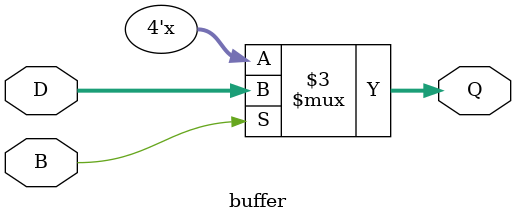
<source format=v>
module buffer(input wire [3:0]D, input wire B, output reg [3:0]Q);
always @(*) begin
if (B)
  Q<=D;
else
  Q<=4'bz;
end 
endmodule

</source>
